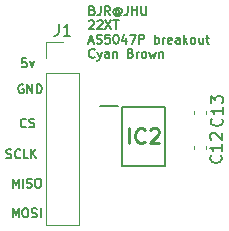
<source format=gbr>
%TF.GenerationSoftware,KiCad,Pcbnew,9.0.5*%
%TF.CreationDate,2025-12-22T22:05:16-05:00*%
%TF.ProjectId,as5047p-atsm_breakout,61733530-3437-4702-9d61-74736d5f6272,rev?*%
%TF.SameCoordinates,Original*%
%TF.FileFunction,Legend,Top*%
%TF.FilePolarity,Positive*%
%FSLAX46Y46*%
G04 Gerber Fmt 4.6, Leading zero omitted, Abs format (unit mm)*
G04 Created by KiCad (PCBNEW 9.0.5) date 2025-12-22 22:05:16*
%MOMM*%
%LPD*%
G01*
G04 APERTURE LIST*
%ADD10C,0.150000*%
%ADD11C,0.254000*%
%ADD12C,0.120000*%
%ADD13C,0.200000*%
G04 APERTURE END LIST*
D10*
X134670112Y-80186128D02*
X134598684Y-80150414D01*
X134598684Y-80150414D02*
X134491541Y-80150414D01*
X134491541Y-80150414D02*
X134384398Y-80186128D01*
X134384398Y-80186128D02*
X134312969Y-80257557D01*
X134312969Y-80257557D02*
X134277255Y-80328985D01*
X134277255Y-80328985D02*
X134241541Y-80471842D01*
X134241541Y-80471842D02*
X134241541Y-80578985D01*
X134241541Y-80578985D02*
X134277255Y-80721842D01*
X134277255Y-80721842D02*
X134312969Y-80793271D01*
X134312969Y-80793271D02*
X134384398Y-80864700D01*
X134384398Y-80864700D02*
X134491541Y-80900414D01*
X134491541Y-80900414D02*
X134562969Y-80900414D01*
X134562969Y-80900414D02*
X134670112Y-80864700D01*
X134670112Y-80864700D02*
X134705826Y-80828985D01*
X134705826Y-80828985D02*
X134705826Y-80578985D01*
X134705826Y-80578985D02*
X134562969Y-80578985D01*
X135027255Y-80900414D02*
X135027255Y-80150414D01*
X135027255Y-80150414D02*
X135455826Y-80900414D01*
X135455826Y-80900414D02*
X135455826Y-80150414D01*
X135812969Y-80900414D02*
X135812969Y-80150414D01*
X135812969Y-80150414D02*
X135991540Y-80150414D01*
X135991540Y-80150414D02*
X136098683Y-80186128D01*
X136098683Y-80186128D02*
X136170112Y-80257557D01*
X136170112Y-80257557D02*
X136205826Y-80328985D01*
X136205826Y-80328985D02*
X136241540Y-80471842D01*
X136241540Y-80471842D02*
X136241540Y-80578985D01*
X136241540Y-80578985D02*
X136205826Y-80721842D01*
X136205826Y-80721842D02*
X136170112Y-80793271D01*
X136170112Y-80793271D02*
X136098683Y-80864700D01*
X136098683Y-80864700D02*
X135991540Y-80900414D01*
X135991540Y-80900414D02*
X135812969Y-80900414D01*
X133777255Y-91400414D02*
X133777255Y-90650414D01*
X133777255Y-90650414D02*
X134027255Y-91186128D01*
X134027255Y-91186128D02*
X134277255Y-90650414D01*
X134277255Y-90650414D02*
X134277255Y-91400414D01*
X134777255Y-90650414D02*
X134920112Y-90650414D01*
X134920112Y-90650414D02*
X134991541Y-90686128D01*
X134991541Y-90686128D02*
X135062969Y-90757557D01*
X135062969Y-90757557D02*
X135098684Y-90900414D01*
X135098684Y-90900414D02*
X135098684Y-91150414D01*
X135098684Y-91150414D02*
X135062969Y-91293271D01*
X135062969Y-91293271D02*
X134991541Y-91364700D01*
X134991541Y-91364700D02*
X134920112Y-91400414D01*
X134920112Y-91400414D02*
X134777255Y-91400414D01*
X134777255Y-91400414D02*
X134705827Y-91364700D01*
X134705827Y-91364700D02*
X134634398Y-91293271D01*
X134634398Y-91293271D02*
X134598684Y-91150414D01*
X134598684Y-91150414D02*
X134598684Y-90900414D01*
X134598684Y-90900414D02*
X134634398Y-90757557D01*
X134634398Y-90757557D02*
X134705827Y-90686128D01*
X134705827Y-90686128D02*
X134777255Y-90650414D01*
X135384398Y-91364700D02*
X135491541Y-91400414D01*
X135491541Y-91400414D02*
X135670112Y-91400414D01*
X135670112Y-91400414D02*
X135741541Y-91364700D01*
X135741541Y-91364700D02*
X135777255Y-91328985D01*
X135777255Y-91328985D02*
X135812969Y-91257557D01*
X135812969Y-91257557D02*
X135812969Y-91186128D01*
X135812969Y-91186128D02*
X135777255Y-91114700D01*
X135777255Y-91114700D02*
X135741541Y-91078985D01*
X135741541Y-91078985D02*
X135670112Y-91043271D01*
X135670112Y-91043271D02*
X135527255Y-91007557D01*
X135527255Y-91007557D02*
X135455826Y-90971842D01*
X135455826Y-90971842D02*
X135420112Y-90936128D01*
X135420112Y-90936128D02*
X135384398Y-90864700D01*
X135384398Y-90864700D02*
X135384398Y-90793271D01*
X135384398Y-90793271D02*
X135420112Y-90721842D01*
X135420112Y-90721842D02*
X135455826Y-90686128D01*
X135455826Y-90686128D02*
X135527255Y-90650414D01*
X135527255Y-90650414D02*
X135705826Y-90650414D01*
X135705826Y-90650414D02*
X135812969Y-90686128D01*
X136134398Y-91400414D02*
X136134398Y-90650414D01*
X134934398Y-77950414D02*
X134577255Y-77950414D01*
X134577255Y-77950414D02*
X134541541Y-78307557D01*
X134541541Y-78307557D02*
X134577255Y-78271842D01*
X134577255Y-78271842D02*
X134648684Y-78236128D01*
X134648684Y-78236128D02*
X134827255Y-78236128D01*
X134827255Y-78236128D02*
X134898684Y-78271842D01*
X134898684Y-78271842D02*
X134934398Y-78307557D01*
X134934398Y-78307557D02*
X134970112Y-78378985D01*
X134970112Y-78378985D02*
X134970112Y-78557557D01*
X134970112Y-78557557D02*
X134934398Y-78628985D01*
X134934398Y-78628985D02*
X134898684Y-78664700D01*
X134898684Y-78664700D02*
X134827255Y-78700414D01*
X134827255Y-78700414D02*
X134648684Y-78700414D01*
X134648684Y-78700414D02*
X134577255Y-78664700D01*
X134577255Y-78664700D02*
X134541541Y-78628985D01*
X135220112Y-78200414D02*
X135398684Y-78700414D01*
X135398684Y-78700414D02*
X135577255Y-78200414D01*
X133241541Y-86364700D02*
X133348684Y-86400414D01*
X133348684Y-86400414D02*
X133527255Y-86400414D01*
X133527255Y-86400414D02*
X133598684Y-86364700D01*
X133598684Y-86364700D02*
X133634398Y-86328985D01*
X133634398Y-86328985D02*
X133670112Y-86257557D01*
X133670112Y-86257557D02*
X133670112Y-86186128D01*
X133670112Y-86186128D02*
X133634398Y-86114700D01*
X133634398Y-86114700D02*
X133598684Y-86078985D01*
X133598684Y-86078985D02*
X133527255Y-86043271D01*
X133527255Y-86043271D02*
X133384398Y-86007557D01*
X133384398Y-86007557D02*
X133312969Y-85971842D01*
X133312969Y-85971842D02*
X133277255Y-85936128D01*
X133277255Y-85936128D02*
X133241541Y-85864700D01*
X133241541Y-85864700D02*
X133241541Y-85793271D01*
X133241541Y-85793271D02*
X133277255Y-85721842D01*
X133277255Y-85721842D02*
X133312969Y-85686128D01*
X133312969Y-85686128D02*
X133384398Y-85650414D01*
X133384398Y-85650414D02*
X133562969Y-85650414D01*
X133562969Y-85650414D02*
X133670112Y-85686128D01*
X134420112Y-86328985D02*
X134384398Y-86364700D01*
X134384398Y-86364700D02*
X134277255Y-86400414D01*
X134277255Y-86400414D02*
X134205827Y-86400414D01*
X134205827Y-86400414D02*
X134098684Y-86364700D01*
X134098684Y-86364700D02*
X134027255Y-86293271D01*
X134027255Y-86293271D02*
X133991541Y-86221842D01*
X133991541Y-86221842D02*
X133955827Y-86078985D01*
X133955827Y-86078985D02*
X133955827Y-85971842D01*
X133955827Y-85971842D02*
X133991541Y-85828985D01*
X133991541Y-85828985D02*
X134027255Y-85757557D01*
X134027255Y-85757557D02*
X134098684Y-85686128D01*
X134098684Y-85686128D02*
X134205827Y-85650414D01*
X134205827Y-85650414D02*
X134277255Y-85650414D01*
X134277255Y-85650414D02*
X134384398Y-85686128D01*
X134384398Y-85686128D02*
X134420112Y-85721842D01*
X135098684Y-86400414D02*
X134741541Y-86400414D01*
X134741541Y-86400414D02*
X134741541Y-85650414D01*
X135348684Y-86400414D02*
X135348684Y-85650414D01*
X135777255Y-86400414D02*
X135455827Y-85971842D01*
X135777255Y-85650414D02*
X135348684Y-86078985D01*
X140527255Y-73885183D02*
X140634398Y-73920897D01*
X140634398Y-73920897D02*
X140670112Y-73956611D01*
X140670112Y-73956611D02*
X140705826Y-74028040D01*
X140705826Y-74028040D02*
X140705826Y-74135183D01*
X140705826Y-74135183D02*
X140670112Y-74206611D01*
X140670112Y-74206611D02*
X140634398Y-74242326D01*
X140634398Y-74242326D02*
X140562969Y-74278040D01*
X140562969Y-74278040D02*
X140277255Y-74278040D01*
X140277255Y-74278040D02*
X140277255Y-73528040D01*
X140277255Y-73528040D02*
X140527255Y-73528040D01*
X140527255Y-73528040D02*
X140598684Y-73563754D01*
X140598684Y-73563754D02*
X140634398Y-73599468D01*
X140634398Y-73599468D02*
X140670112Y-73670897D01*
X140670112Y-73670897D02*
X140670112Y-73742326D01*
X140670112Y-73742326D02*
X140634398Y-73813754D01*
X140634398Y-73813754D02*
X140598684Y-73849468D01*
X140598684Y-73849468D02*
X140527255Y-73885183D01*
X140527255Y-73885183D02*
X140277255Y-73885183D01*
X141241541Y-73528040D02*
X141241541Y-74063754D01*
X141241541Y-74063754D02*
X141205826Y-74170897D01*
X141205826Y-74170897D02*
X141134398Y-74242326D01*
X141134398Y-74242326D02*
X141027255Y-74278040D01*
X141027255Y-74278040D02*
X140955826Y-74278040D01*
X142027255Y-74278040D02*
X141777255Y-73920897D01*
X141598684Y-74278040D02*
X141598684Y-73528040D01*
X141598684Y-73528040D02*
X141884398Y-73528040D01*
X141884398Y-73528040D02*
X141955827Y-73563754D01*
X141955827Y-73563754D02*
X141991541Y-73599468D01*
X141991541Y-73599468D02*
X142027255Y-73670897D01*
X142027255Y-73670897D02*
X142027255Y-73778040D01*
X142027255Y-73778040D02*
X141991541Y-73849468D01*
X141991541Y-73849468D02*
X141955827Y-73885183D01*
X141955827Y-73885183D02*
X141884398Y-73920897D01*
X141884398Y-73920897D02*
X141598684Y-73920897D01*
X142812970Y-73920897D02*
X142777255Y-73885183D01*
X142777255Y-73885183D02*
X142705827Y-73849468D01*
X142705827Y-73849468D02*
X142634398Y-73849468D01*
X142634398Y-73849468D02*
X142562970Y-73885183D01*
X142562970Y-73885183D02*
X142527255Y-73920897D01*
X142527255Y-73920897D02*
X142491541Y-73992326D01*
X142491541Y-73992326D02*
X142491541Y-74063754D01*
X142491541Y-74063754D02*
X142527255Y-74135183D01*
X142527255Y-74135183D02*
X142562970Y-74170897D01*
X142562970Y-74170897D02*
X142634398Y-74206611D01*
X142634398Y-74206611D02*
X142705827Y-74206611D01*
X142705827Y-74206611D02*
X142777255Y-74170897D01*
X142777255Y-74170897D02*
X142812970Y-74135183D01*
X142812970Y-73849468D02*
X142812970Y-74135183D01*
X142812970Y-74135183D02*
X142848684Y-74170897D01*
X142848684Y-74170897D02*
X142884398Y-74170897D01*
X142884398Y-74170897D02*
X142955827Y-74135183D01*
X142955827Y-74135183D02*
X142991541Y-74063754D01*
X142991541Y-74063754D02*
X142991541Y-73885183D01*
X142991541Y-73885183D02*
X142920113Y-73778040D01*
X142920113Y-73778040D02*
X142812970Y-73706611D01*
X142812970Y-73706611D02*
X142670113Y-73670897D01*
X142670113Y-73670897D02*
X142527255Y-73706611D01*
X142527255Y-73706611D02*
X142420113Y-73778040D01*
X142420113Y-73778040D02*
X142348684Y-73885183D01*
X142348684Y-73885183D02*
X142312970Y-74028040D01*
X142312970Y-74028040D02*
X142348684Y-74170897D01*
X142348684Y-74170897D02*
X142420113Y-74278040D01*
X142420113Y-74278040D02*
X142527255Y-74349468D01*
X142527255Y-74349468D02*
X142670113Y-74385183D01*
X142670113Y-74385183D02*
X142812970Y-74349468D01*
X142812970Y-74349468D02*
X142920113Y-74278040D01*
X143527256Y-73528040D02*
X143527256Y-74063754D01*
X143527256Y-74063754D02*
X143491541Y-74170897D01*
X143491541Y-74170897D02*
X143420113Y-74242326D01*
X143420113Y-74242326D02*
X143312970Y-74278040D01*
X143312970Y-74278040D02*
X143241541Y-74278040D01*
X143884399Y-74278040D02*
X143884399Y-73528040D01*
X143884399Y-73885183D02*
X144312970Y-73885183D01*
X144312970Y-74278040D02*
X144312970Y-73528040D01*
X144670113Y-73528040D02*
X144670113Y-74135183D01*
X144670113Y-74135183D02*
X144705827Y-74206611D01*
X144705827Y-74206611D02*
X144741542Y-74242326D01*
X144741542Y-74242326D02*
X144812970Y-74278040D01*
X144812970Y-74278040D02*
X144955827Y-74278040D01*
X144955827Y-74278040D02*
X145027256Y-74242326D01*
X145027256Y-74242326D02*
X145062970Y-74206611D01*
X145062970Y-74206611D02*
X145098684Y-74135183D01*
X145098684Y-74135183D02*
X145098684Y-73528040D01*
X140241541Y-74806926D02*
X140277255Y-74771212D01*
X140277255Y-74771212D02*
X140348684Y-74735498D01*
X140348684Y-74735498D02*
X140527255Y-74735498D01*
X140527255Y-74735498D02*
X140598684Y-74771212D01*
X140598684Y-74771212D02*
X140634398Y-74806926D01*
X140634398Y-74806926D02*
X140670112Y-74878355D01*
X140670112Y-74878355D02*
X140670112Y-74949784D01*
X140670112Y-74949784D02*
X140634398Y-75056926D01*
X140634398Y-75056926D02*
X140205826Y-75485498D01*
X140205826Y-75485498D02*
X140670112Y-75485498D01*
X140955827Y-74806926D02*
X140991541Y-74771212D01*
X140991541Y-74771212D02*
X141062970Y-74735498D01*
X141062970Y-74735498D02*
X141241541Y-74735498D01*
X141241541Y-74735498D02*
X141312970Y-74771212D01*
X141312970Y-74771212D02*
X141348684Y-74806926D01*
X141348684Y-74806926D02*
X141384398Y-74878355D01*
X141384398Y-74878355D02*
X141384398Y-74949784D01*
X141384398Y-74949784D02*
X141348684Y-75056926D01*
X141348684Y-75056926D02*
X140920112Y-75485498D01*
X140920112Y-75485498D02*
X141384398Y-75485498D01*
X141634398Y-74735498D02*
X142134398Y-75485498D01*
X142134398Y-74735498D02*
X141634398Y-75485498D01*
X142312970Y-74735498D02*
X142741542Y-74735498D01*
X142527256Y-75485498D02*
X142527256Y-74735498D01*
X140241541Y-76478670D02*
X140598684Y-76478670D01*
X140170112Y-76692956D02*
X140420112Y-75942956D01*
X140420112Y-75942956D02*
X140670112Y-76692956D01*
X140884398Y-76657242D02*
X140991541Y-76692956D01*
X140991541Y-76692956D02*
X141170112Y-76692956D01*
X141170112Y-76692956D02*
X141241541Y-76657242D01*
X141241541Y-76657242D02*
X141277255Y-76621527D01*
X141277255Y-76621527D02*
X141312969Y-76550099D01*
X141312969Y-76550099D02*
X141312969Y-76478670D01*
X141312969Y-76478670D02*
X141277255Y-76407242D01*
X141277255Y-76407242D02*
X141241541Y-76371527D01*
X141241541Y-76371527D02*
X141170112Y-76335813D01*
X141170112Y-76335813D02*
X141027255Y-76300099D01*
X141027255Y-76300099D02*
X140955826Y-76264384D01*
X140955826Y-76264384D02*
X140920112Y-76228670D01*
X140920112Y-76228670D02*
X140884398Y-76157242D01*
X140884398Y-76157242D02*
X140884398Y-76085813D01*
X140884398Y-76085813D02*
X140920112Y-76014384D01*
X140920112Y-76014384D02*
X140955826Y-75978670D01*
X140955826Y-75978670D02*
X141027255Y-75942956D01*
X141027255Y-75942956D02*
X141205826Y-75942956D01*
X141205826Y-75942956D02*
X141312969Y-75978670D01*
X141991541Y-75942956D02*
X141634398Y-75942956D01*
X141634398Y-75942956D02*
X141598684Y-76300099D01*
X141598684Y-76300099D02*
X141634398Y-76264384D01*
X141634398Y-76264384D02*
X141705827Y-76228670D01*
X141705827Y-76228670D02*
X141884398Y-76228670D01*
X141884398Y-76228670D02*
X141955827Y-76264384D01*
X141955827Y-76264384D02*
X141991541Y-76300099D01*
X141991541Y-76300099D02*
X142027255Y-76371527D01*
X142027255Y-76371527D02*
X142027255Y-76550099D01*
X142027255Y-76550099D02*
X141991541Y-76621527D01*
X141991541Y-76621527D02*
X141955827Y-76657242D01*
X141955827Y-76657242D02*
X141884398Y-76692956D01*
X141884398Y-76692956D02*
X141705827Y-76692956D01*
X141705827Y-76692956D02*
X141634398Y-76657242D01*
X141634398Y-76657242D02*
X141598684Y-76621527D01*
X142491541Y-75942956D02*
X142562970Y-75942956D01*
X142562970Y-75942956D02*
X142634398Y-75978670D01*
X142634398Y-75978670D02*
X142670113Y-76014384D01*
X142670113Y-76014384D02*
X142705827Y-76085813D01*
X142705827Y-76085813D02*
X142741541Y-76228670D01*
X142741541Y-76228670D02*
X142741541Y-76407242D01*
X142741541Y-76407242D02*
X142705827Y-76550099D01*
X142705827Y-76550099D02*
X142670113Y-76621527D01*
X142670113Y-76621527D02*
X142634398Y-76657242D01*
X142634398Y-76657242D02*
X142562970Y-76692956D01*
X142562970Y-76692956D02*
X142491541Y-76692956D01*
X142491541Y-76692956D02*
X142420113Y-76657242D01*
X142420113Y-76657242D02*
X142384398Y-76621527D01*
X142384398Y-76621527D02*
X142348684Y-76550099D01*
X142348684Y-76550099D02*
X142312970Y-76407242D01*
X142312970Y-76407242D02*
X142312970Y-76228670D01*
X142312970Y-76228670D02*
X142348684Y-76085813D01*
X142348684Y-76085813D02*
X142384398Y-76014384D01*
X142384398Y-76014384D02*
X142420113Y-75978670D01*
X142420113Y-75978670D02*
X142491541Y-75942956D01*
X143384399Y-76192956D02*
X143384399Y-76692956D01*
X143205827Y-75907242D02*
X143027256Y-76442956D01*
X143027256Y-76442956D02*
X143491541Y-76442956D01*
X143705827Y-75942956D02*
X144205827Y-75942956D01*
X144205827Y-75942956D02*
X143884399Y-76692956D01*
X144491542Y-76692956D02*
X144491542Y-75942956D01*
X144491542Y-75942956D02*
X144777256Y-75942956D01*
X144777256Y-75942956D02*
X144848685Y-75978670D01*
X144848685Y-75978670D02*
X144884399Y-76014384D01*
X144884399Y-76014384D02*
X144920113Y-76085813D01*
X144920113Y-76085813D02*
X144920113Y-76192956D01*
X144920113Y-76192956D02*
X144884399Y-76264384D01*
X144884399Y-76264384D02*
X144848685Y-76300099D01*
X144848685Y-76300099D02*
X144777256Y-76335813D01*
X144777256Y-76335813D02*
X144491542Y-76335813D01*
X145812971Y-76692956D02*
X145812971Y-75942956D01*
X145812971Y-76228670D02*
X145884400Y-76192956D01*
X145884400Y-76192956D02*
X146027257Y-76192956D01*
X146027257Y-76192956D02*
X146098685Y-76228670D01*
X146098685Y-76228670D02*
X146134400Y-76264384D01*
X146134400Y-76264384D02*
X146170114Y-76335813D01*
X146170114Y-76335813D02*
X146170114Y-76550099D01*
X146170114Y-76550099D02*
X146134400Y-76621527D01*
X146134400Y-76621527D02*
X146098685Y-76657242D01*
X146098685Y-76657242D02*
X146027257Y-76692956D01*
X146027257Y-76692956D02*
X145884400Y-76692956D01*
X145884400Y-76692956D02*
X145812971Y-76657242D01*
X146491542Y-76692956D02*
X146491542Y-76192956D01*
X146491542Y-76335813D02*
X146527256Y-76264384D01*
X146527256Y-76264384D02*
X146562971Y-76228670D01*
X146562971Y-76228670D02*
X146634399Y-76192956D01*
X146634399Y-76192956D02*
X146705828Y-76192956D01*
X147241542Y-76657242D02*
X147170114Y-76692956D01*
X147170114Y-76692956D02*
X147027257Y-76692956D01*
X147027257Y-76692956D02*
X146955828Y-76657242D01*
X146955828Y-76657242D02*
X146920114Y-76585813D01*
X146920114Y-76585813D02*
X146920114Y-76300099D01*
X146920114Y-76300099D02*
X146955828Y-76228670D01*
X146955828Y-76228670D02*
X147027257Y-76192956D01*
X147027257Y-76192956D02*
X147170114Y-76192956D01*
X147170114Y-76192956D02*
X147241542Y-76228670D01*
X147241542Y-76228670D02*
X147277257Y-76300099D01*
X147277257Y-76300099D02*
X147277257Y-76371527D01*
X147277257Y-76371527D02*
X146920114Y-76442956D01*
X147920114Y-76692956D02*
X147920114Y-76300099D01*
X147920114Y-76300099D02*
X147884399Y-76228670D01*
X147884399Y-76228670D02*
X147812971Y-76192956D01*
X147812971Y-76192956D02*
X147670114Y-76192956D01*
X147670114Y-76192956D02*
X147598685Y-76228670D01*
X147920114Y-76657242D02*
X147848685Y-76692956D01*
X147848685Y-76692956D02*
X147670114Y-76692956D01*
X147670114Y-76692956D02*
X147598685Y-76657242D01*
X147598685Y-76657242D02*
X147562971Y-76585813D01*
X147562971Y-76585813D02*
X147562971Y-76514384D01*
X147562971Y-76514384D02*
X147598685Y-76442956D01*
X147598685Y-76442956D02*
X147670114Y-76407242D01*
X147670114Y-76407242D02*
X147848685Y-76407242D01*
X147848685Y-76407242D02*
X147920114Y-76371527D01*
X148277256Y-76692956D02*
X148277256Y-75942956D01*
X148348685Y-76407242D02*
X148562970Y-76692956D01*
X148562970Y-76192956D02*
X148277256Y-76478670D01*
X148991542Y-76692956D02*
X148920113Y-76657242D01*
X148920113Y-76657242D02*
X148884399Y-76621527D01*
X148884399Y-76621527D02*
X148848685Y-76550099D01*
X148848685Y-76550099D02*
X148848685Y-76335813D01*
X148848685Y-76335813D02*
X148884399Y-76264384D01*
X148884399Y-76264384D02*
X148920113Y-76228670D01*
X148920113Y-76228670D02*
X148991542Y-76192956D01*
X148991542Y-76192956D02*
X149098685Y-76192956D01*
X149098685Y-76192956D02*
X149170113Y-76228670D01*
X149170113Y-76228670D02*
X149205828Y-76264384D01*
X149205828Y-76264384D02*
X149241542Y-76335813D01*
X149241542Y-76335813D02*
X149241542Y-76550099D01*
X149241542Y-76550099D02*
X149205828Y-76621527D01*
X149205828Y-76621527D02*
X149170113Y-76657242D01*
X149170113Y-76657242D02*
X149098685Y-76692956D01*
X149098685Y-76692956D02*
X148991542Y-76692956D01*
X149884399Y-76192956D02*
X149884399Y-76692956D01*
X149562970Y-76192956D02*
X149562970Y-76585813D01*
X149562970Y-76585813D02*
X149598684Y-76657242D01*
X149598684Y-76657242D02*
X149670113Y-76692956D01*
X149670113Y-76692956D02*
X149777256Y-76692956D01*
X149777256Y-76692956D02*
X149848684Y-76657242D01*
X149848684Y-76657242D02*
X149884399Y-76621527D01*
X150134398Y-76192956D02*
X150420112Y-76192956D01*
X150241541Y-75942956D02*
X150241541Y-76585813D01*
X150241541Y-76585813D02*
X150277255Y-76657242D01*
X150277255Y-76657242D02*
X150348684Y-76692956D01*
X150348684Y-76692956D02*
X150420112Y-76692956D01*
X140705826Y-77828985D02*
X140670112Y-77864700D01*
X140670112Y-77864700D02*
X140562969Y-77900414D01*
X140562969Y-77900414D02*
X140491541Y-77900414D01*
X140491541Y-77900414D02*
X140384398Y-77864700D01*
X140384398Y-77864700D02*
X140312969Y-77793271D01*
X140312969Y-77793271D02*
X140277255Y-77721842D01*
X140277255Y-77721842D02*
X140241541Y-77578985D01*
X140241541Y-77578985D02*
X140241541Y-77471842D01*
X140241541Y-77471842D02*
X140277255Y-77328985D01*
X140277255Y-77328985D02*
X140312969Y-77257557D01*
X140312969Y-77257557D02*
X140384398Y-77186128D01*
X140384398Y-77186128D02*
X140491541Y-77150414D01*
X140491541Y-77150414D02*
X140562969Y-77150414D01*
X140562969Y-77150414D02*
X140670112Y-77186128D01*
X140670112Y-77186128D02*
X140705826Y-77221842D01*
X140955826Y-77400414D02*
X141134398Y-77900414D01*
X141312969Y-77400414D02*
X141134398Y-77900414D01*
X141134398Y-77900414D02*
X141062969Y-78078985D01*
X141062969Y-78078985D02*
X141027255Y-78114700D01*
X141027255Y-78114700D02*
X140955826Y-78150414D01*
X141920113Y-77900414D02*
X141920113Y-77507557D01*
X141920113Y-77507557D02*
X141884398Y-77436128D01*
X141884398Y-77436128D02*
X141812970Y-77400414D01*
X141812970Y-77400414D02*
X141670113Y-77400414D01*
X141670113Y-77400414D02*
X141598684Y-77436128D01*
X141920113Y-77864700D02*
X141848684Y-77900414D01*
X141848684Y-77900414D02*
X141670113Y-77900414D01*
X141670113Y-77900414D02*
X141598684Y-77864700D01*
X141598684Y-77864700D02*
X141562970Y-77793271D01*
X141562970Y-77793271D02*
X141562970Y-77721842D01*
X141562970Y-77721842D02*
X141598684Y-77650414D01*
X141598684Y-77650414D02*
X141670113Y-77614700D01*
X141670113Y-77614700D02*
X141848684Y-77614700D01*
X141848684Y-77614700D02*
X141920113Y-77578985D01*
X142277255Y-77400414D02*
X142277255Y-77900414D01*
X142277255Y-77471842D02*
X142312969Y-77436128D01*
X142312969Y-77436128D02*
X142384398Y-77400414D01*
X142384398Y-77400414D02*
X142491541Y-77400414D01*
X142491541Y-77400414D02*
X142562969Y-77436128D01*
X142562969Y-77436128D02*
X142598684Y-77507557D01*
X142598684Y-77507557D02*
X142598684Y-77900414D01*
X143777255Y-77507557D02*
X143884398Y-77543271D01*
X143884398Y-77543271D02*
X143920112Y-77578985D01*
X143920112Y-77578985D02*
X143955826Y-77650414D01*
X143955826Y-77650414D02*
X143955826Y-77757557D01*
X143955826Y-77757557D02*
X143920112Y-77828985D01*
X143920112Y-77828985D02*
X143884398Y-77864700D01*
X143884398Y-77864700D02*
X143812969Y-77900414D01*
X143812969Y-77900414D02*
X143527255Y-77900414D01*
X143527255Y-77900414D02*
X143527255Y-77150414D01*
X143527255Y-77150414D02*
X143777255Y-77150414D01*
X143777255Y-77150414D02*
X143848684Y-77186128D01*
X143848684Y-77186128D02*
X143884398Y-77221842D01*
X143884398Y-77221842D02*
X143920112Y-77293271D01*
X143920112Y-77293271D02*
X143920112Y-77364700D01*
X143920112Y-77364700D02*
X143884398Y-77436128D01*
X143884398Y-77436128D02*
X143848684Y-77471842D01*
X143848684Y-77471842D02*
X143777255Y-77507557D01*
X143777255Y-77507557D02*
X143527255Y-77507557D01*
X144277255Y-77900414D02*
X144277255Y-77400414D01*
X144277255Y-77543271D02*
X144312969Y-77471842D01*
X144312969Y-77471842D02*
X144348684Y-77436128D01*
X144348684Y-77436128D02*
X144420112Y-77400414D01*
X144420112Y-77400414D02*
X144491541Y-77400414D01*
X144848684Y-77900414D02*
X144777255Y-77864700D01*
X144777255Y-77864700D02*
X144741541Y-77828985D01*
X144741541Y-77828985D02*
X144705827Y-77757557D01*
X144705827Y-77757557D02*
X144705827Y-77543271D01*
X144705827Y-77543271D02*
X144741541Y-77471842D01*
X144741541Y-77471842D02*
X144777255Y-77436128D01*
X144777255Y-77436128D02*
X144848684Y-77400414D01*
X144848684Y-77400414D02*
X144955827Y-77400414D01*
X144955827Y-77400414D02*
X145027255Y-77436128D01*
X145027255Y-77436128D02*
X145062970Y-77471842D01*
X145062970Y-77471842D02*
X145098684Y-77543271D01*
X145098684Y-77543271D02*
X145098684Y-77757557D01*
X145098684Y-77757557D02*
X145062970Y-77828985D01*
X145062970Y-77828985D02*
X145027255Y-77864700D01*
X145027255Y-77864700D02*
X144955827Y-77900414D01*
X144955827Y-77900414D02*
X144848684Y-77900414D01*
X145348683Y-77400414D02*
X145491541Y-77900414D01*
X145491541Y-77900414D02*
X145634398Y-77543271D01*
X145634398Y-77543271D02*
X145777255Y-77900414D01*
X145777255Y-77900414D02*
X145920112Y-77400414D01*
X146205826Y-77400414D02*
X146205826Y-77900414D01*
X146205826Y-77471842D02*
X146241540Y-77436128D01*
X146241540Y-77436128D02*
X146312969Y-77400414D01*
X146312969Y-77400414D02*
X146420112Y-77400414D01*
X146420112Y-77400414D02*
X146491540Y-77436128D01*
X146491540Y-77436128D02*
X146527255Y-77507557D01*
X146527255Y-77507557D02*
X146527255Y-77900414D01*
X133777255Y-88900414D02*
X133777255Y-88150414D01*
X133777255Y-88150414D02*
X134027255Y-88686128D01*
X134027255Y-88686128D02*
X134277255Y-88150414D01*
X134277255Y-88150414D02*
X134277255Y-88900414D01*
X134634398Y-88900414D02*
X134634398Y-88150414D01*
X134955827Y-88864700D02*
X135062970Y-88900414D01*
X135062970Y-88900414D02*
X135241541Y-88900414D01*
X135241541Y-88900414D02*
X135312970Y-88864700D01*
X135312970Y-88864700D02*
X135348684Y-88828985D01*
X135348684Y-88828985D02*
X135384398Y-88757557D01*
X135384398Y-88757557D02*
X135384398Y-88686128D01*
X135384398Y-88686128D02*
X135348684Y-88614700D01*
X135348684Y-88614700D02*
X135312970Y-88578985D01*
X135312970Y-88578985D02*
X135241541Y-88543271D01*
X135241541Y-88543271D02*
X135098684Y-88507557D01*
X135098684Y-88507557D02*
X135027255Y-88471842D01*
X135027255Y-88471842D02*
X134991541Y-88436128D01*
X134991541Y-88436128D02*
X134955827Y-88364700D01*
X134955827Y-88364700D02*
X134955827Y-88293271D01*
X134955827Y-88293271D02*
X134991541Y-88221842D01*
X134991541Y-88221842D02*
X135027255Y-88186128D01*
X135027255Y-88186128D02*
X135098684Y-88150414D01*
X135098684Y-88150414D02*
X135277255Y-88150414D01*
X135277255Y-88150414D02*
X135384398Y-88186128D01*
X135848684Y-88150414D02*
X135991541Y-88150414D01*
X135991541Y-88150414D02*
X136062970Y-88186128D01*
X136062970Y-88186128D02*
X136134398Y-88257557D01*
X136134398Y-88257557D02*
X136170113Y-88400414D01*
X136170113Y-88400414D02*
X136170113Y-88650414D01*
X136170113Y-88650414D02*
X136134398Y-88793271D01*
X136134398Y-88793271D02*
X136062970Y-88864700D01*
X136062970Y-88864700D02*
X135991541Y-88900414D01*
X135991541Y-88900414D02*
X135848684Y-88900414D01*
X135848684Y-88900414D02*
X135777256Y-88864700D01*
X135777256Y-88864700D02*
X135705827Y-88793271D01*
X135705827Y-88793271D02*
X135670113Y-88650414D01*
X135670113Y-88650414D02*
X135670113Y-88400414D01*
X135670113Y-88400414D02*
X135705827Y-88257557D01*
X135705827Y-88257557D02*
X135777256Y-88186128D01*
X135777256Y-88186128D02*
X135848684Y-88150414D01*
X134905826Y-83728985D02*
X134870112Y-83764700D01*
X134870112Y-83764700D02*
X134762969Y-83800414D01*
X134762969Y-83800414D02*
X134691541Y-83800414D01*
X134691541Y-83800414D02*
X134584398Y-83764700D01*
X134584398Y-83764700D02*
X134512969Y-83693271D01*
X134512969Y-83693271D02*
X134477255Y-83621842D01*
X134477255Y-83621842D02*
X134441541Y-83478985D01*
X134441541Y-83478985D02*
X134441541Y-83371842D01*
X134441541Y-83371842D02*
X134477255Y-83228985D01*
X134477255Y-83228985D02*
X134512969Y-83157557D01*
X134512969Y-83157557D02*
X134584398Y-83086128D01*
X134584398Y-83086128D02*
X134691541Y-83050414D01*
X134691541Y-83050414D02*
X134762969Y-83050414D01*
X134762969Y-83050414D02*
X134870112Y-83086128D01*
X134870112Y-83086128D02*
X134905826Y-83121842D01*
X135191541Y-83764700D02*
X135298684Y-83800414D01*
X135298684Y-83800414D02*
X135477255Y-83800414D01*
X135477255Y-83800414D02*
X135548684Y-83764700D01*
X135548684Y-83764700D02*
X135584398Y-83728985D01*
X135584398Y-83728985D02*
X135620112Y-83657557D01*
X135620112Y-83657557D02*
X135620112Y-83586128D01*
X135620112Y-83586128D02*
X135584398Y-83514700D01*
X135584398Y-83514700D02*
X135548684Y-83478985D01*
X135548684Y-83478985D02*
X135477255Y-83443271D01*
X135477255Y-83443271D02*
X135334398Y-83407557D01*
X135334398Y-83407557D02*
X135262969Y-83371842D01*
X135262969Y-83371842D02*
X135227255Y-83336128D01*
X135227255Y-83336128D02*
X135191541Y-83264700D01*
X135191541Y-83264700D02*
X135191541Y-83193271D01*
X135191541Y-83193271D02*
X135227255Y-83121842D01*
X135227255Y-83121842D02*
X135262969Y-83086128D01*
X135262969Y-83086128D02*
X135334398Y-83050414D01*
X135334398Y-83050414D02*
X135512969Y-83050414D01*
X135512969Y-83050414D02*
X135620112Y-83086128D01*
X137666666Y-75034819D02*
X137666666Y-75749104D01*
X137666666Y-75749104D02*
X137619047Y-75891961D01*
X137619047Y-75891961D02*
X137523809Y-75987200D01*
X137523809Y-75987200D02*
X137380952Y-76034819D01*
X137380952Y-76034819D02*
X137285714Y-76034819D01*
X138666666Y-76034819D02*
X138095238Y-76034819D01*
X138380952Y-76034819D02*
X138380952Y-75034819D01*
X138380952Y-75034819D02*
X138285714Y-75177676D01*
X138285714Y-75177676D02*
X138190476Y-75272914D01*
X138190476Y-75272914D02*
X138095238Y-75320533D01*
D11*
X143622237Y-85124318D02*
X143622237Y-83854318D01*
X144952714Y-85003365D02*
X144892238Y-85063842D01*
X144892238Y-85063842D02*
X144710809Y-85124318D01*
X144710809Y-85124318D02*
X144589857Y-85124318D01*
X144589857Y-85124318D02*
X144408428Y-85063842D01*
X144408428Y-85063842D02*
X144287476Y-84942889D01*
X144287476Y-84942889D02*
X144226999Y-84821937D01*
X144226999Y-84821937D02*
X144166523Y-84580032D01*
X144166523Y-84580032D02*
X144166523Y-84398603D01*
X144166523Y-84398603D02*
X144226999Y-84156699D01*
X144226999Y-84156699D02*
X144287476Y-84035746D01*
X144287476Y-84035746D02*
X144408428Y-83914794D01*
X144408428Y-83914794D02*
X144589857Y-83854318D01*
X144589857Y-83854318D02*
X144710809Y-83854318D01*
X144710809Y-83854318D02*
X144892238Y-83914794D01*
X144892238Y-83914794D02*
X144952714Y-83975270D01*
X145436523Y-83975270D02*
X145496999Y-83914794D01*
X145496999Y-83914794D02*
X145617952Y-83854318D01*
X145617952Y-83854318D02*
X145920333Y-83854318D01*
X145920333Y-83854318D02*
X146041285Y-83914794D01*
X146041285Y-83914794D02*
X146101761Y-83975270D01*
X146101761Y-83975270D02*
X146162238Y-84096222D01*
X146162238Y-84096222D02*
X146162238Y-84217175D01*
X146162238Y-84217175D02*
X146101761Y-84398603D01*
X146101761Y-84398603D02*
X145376047Y-85124318D01*
X145376047Y-85124318D02*
X146162238Y-85124318D01*
D10*
X151389580Y-86167857D02*
X151437200Y-86215476D01*
X151437200Y-86215476D02*
X151484819Y-86358333D01*
X151484819Y-86358333D02*
X151484819Y-86453571D01*
X151484819Y-86453571D02*
X151437200Y-86596428D01*
X151437200Y-86596428D02*
X151341961Y-86691666D01*
X151341961Y-86691666D02*
X151246723Y-86739285D01*
X151246723Y-86739285D02*
X151056247Y-86786904D01*
X151056247Y-86786904D02*
X150913390Y-86786904D01*
X150913390Y-86786904D02*
X150722914Y-86739285D01*
X150722914Y-86739285D02*
X150627676Y-86691666D01*
X150627676Y-86691666D02*
X150532438Y-86596428D01*
X150532438Y-86596428D02*
X150484819Y-86453571D01*
X150484819Y-86453571D02*
X150484819Y-86358333D01*
X150484819Y-86358333D02*
X150532438Y-86215476D01*
X150532438Y-86215476D02*
X150580057Y-86167857D01*
X151484819Y-85215476D02*
X151484819Y-85786904D01*
X151484819Y-85501190D02*
X150484819Y-85501190D01*
X150484819Y-85501190D02*
X150627676Y-85596428D01*
X150627676Y-85596428D02*
X150722914Y-85691666D01*
X150722914Y-85691666D02*
X150770533Y-85786904D01*
X150580057Y-84834523D02*
X150532438Y-84786904D01*
X150532438Y-84786904D02*
X150484819Y-84691666D01*
X150484819Y-84691666D02*
X150484819Y-84453571D01*
X150484819Y-84453571D02*
X150532438Y-84358333D01*
X150532438Y-84358333D02*
X150580057Y-84310714D01*
X150580057Y-84310714D02*
X150675295Y-84263095D01*
X150675295Y-84263095D02*
X150770533Y-84263095D01*
X150770533Y-84263095D02*
X150913390Y-84310714D01*
X150913390Y-84310714D02*
X151484819Y-84882142D01*
X151484819Y-84882142D02*
X151484819Y-84263095D01*
X151459580Y-83042857D02*
X151507200Y-83090476D01*
X151507200Y-83090476D02*
X151554819Y-83233333D01*
X151554819Y-83233333D02*
X151554819Y-83328571D01*
X151554819Y-83328571D02*
X151507200Y-83471428D01*
X151507200Y-83471428D02*
X151411961Y-83566666D01*
X151411961Y-83566666D02*
X151316723Y-83614285D01*
X151316723Y-83614285D02*
X151126247Y-83661904D01*
X151126247Y-83661904D02*
X150983390Y-83661904D01*
X150983390Y-83661904D02*
X150792914Y-83614285D01*
X150792914Y-83614285D02*
X150697676Y-83566666D01*
X150697676Y-83566666D02*
X150602438Y-83471428D01*
X150602438Y-83471428D02*
X150554819Y-83328571D01*
X150554819Y-83328571D02*
X150554819Y-83233333D01*
X150554819Y-83233333D02*
X150602438Y-83090476D01*
X150602438Y-83090476D02*
X150650057Y-83042857D01*
X151554819Y-82090476D02*
X151554819Y-82661904D01*
X151554819Y-82376190D02*
X150554819Y-82376190D01*
X150554819Y-82376190D02*
X150697676Y-82471428D01*
X150697676Y-82471428D02*
X150792914Y-82566666D01*
X150792914Y-82566666D02*
X150840533Y-82661904D01*
X150554819Y-81757142D02*
X150554819Y-81138095D01*
X150554819Y-81138095D02*
X150935771Y-81471428D01*
X150935771Y-81471428D02*
X150935771Y-81328571D01*
X150935771Y-81328571D02*
X150983390Y-81233333D01*
X150983390Y-81233333D02*
X151031009Y-81185714D01*
X151031009Y-81185714D02*
X151126247Y-81138095D01*
X151126247Y-81138095D02*
X151364342Y-81138095D01*
X151364342Y-81138095D02*
X151459580Y-81185714D01*
X151459580Y-81185714D02*
X151507200Y-81233333D01*
X151507200Y-81233333D02*
X151554819Y-81328571D01*
X151554819Y-81328571D02*
X151554819Y-81614285D01*
X151554819Y-81614285D02*
X151507200Y-81709523D01*
X151507200Y-81709523D02*
X151459580Y-81757142D01*
D12*
%TO.C,J1*%
X136620000Y-76580000D02*
X138000000Y-76580000D01*
X136620000Y-77960000D02*
X136620000Y-76580000D01*
X136620000Y-79230000D02*
X136620000Y-92040000D01*
X136620000Y-79230000D02*
X139380000Y-79230000D01*
X136620000Y-92040000D02*
X139380000Y-92040000D01*
X139380000Y-79230000D02*
X139380000Y-92040000D01*
D13*
%TO.C,IC2*%
X141187000Y-82025000D02*
X142662000Y-82025000D01*
X143012000Y-82050000D02*
X146712000Y-82050000D01*
X143012000Y-87050000D02*
X143012000Y-82050000D01*
X146712000Y-82050000D02*
X146712000Y-87050000D01*
X146712000Y-87050000D02*
X143012000Y-87050000D01*
D12*
%TO.C,C12*%
X149090000Y-85384420D02*
X149090000Y-85665580D01*
X150110000Y-85384420D02*
X150110000Y-85665580D01*
%TO.C,C13*%
X149090000Y-82665580D02*
X149090000Y-82384420D01*
X150110000Y-82665580D02*
X150110000Y-82384420D01*
%TD*%
M02*

</source>
